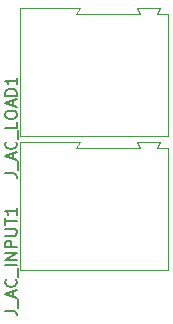
<source format=gbr>
%TF.GenerationSoftware,KiCad,Pcbnew,7.0.6*%
%TF.CreationDate,2023-08-24T16:04:52-05:00*%
%TF.ProjectId,basic_decoration_pcb,62617369-635f-4646-9563-6f726174696f,rev?*%
%TF.SameCoordinates,Original*%
%TF.FileFunction,Legend,Top*%
%TF.FilePolarity,Positive*%
%FSLAX46Y46*%
G04 Gerber Fmt 4.6, Leading zero omitted, Abs format (unit mm)*
G04 Created by KiCad (PCBNEW 7.0.6) date 2023-08-24 16:04:52*
%MOMM*%
%LPD*%
G01*
G04 APERTURE LIST*
%ADD10C,0.150000*%
%ADD11C,0.120000*%
G04 APERTURE END LIST*
D10*
X212047819Y-84389476D02*
X212762104Y-84389476D01*
X212762104Y-84389476D02*
X212904961Y-84437095D01*
X212904961Y-84437095D02*
X213000200Y-84532333D01*
X213000200Y-84532333D02*
X213047819Y-84675190D01*
X213047819Y-84675190D02*
X213047819Y-84770428D01*
X213143057Y-84151381D02*
X213143057Y-83389476D01*
X212762104Y-83198999D02*
X212762104Y-82722809D01*
X213047819Y-83294237D02*
X212047819Y-82960904D01*
X212047819Y-82960904D02*
X213047819Y-82627571D01*
X212952580Y-81722809D02*
X213000200Y-81770428D01*
X213000200Y-81770428D02*
X213047819Y-81913285D01*
X213047819Y-81913285D02*
X213047819Y-82008523D01*
X213047819Y-82008523D02*
X213000200Y-82151380D01*
X213000200Y-82151380D02*
X212904961Y-82246618D01*
X212904961Y-82246618D02*
X212809723Y-82294237D01*
X212809723Y-82294237D02*
X212619247Y-82341856D01*
X212619247Y-82341856D02*
X212476390Y-82341856D01*
X212476390Y-82341856D02*
X212285914Y-82294237D01*
X212285914Y-82294237D02*
X212190676Y-82246618D01*
X212190676Y-82246618D02*
X212095438Y-82151380D01*
X212095438Y-82151380D02*
X212047819Y-82008523D01*
X212047819Y-82008523D02*
X212047819Y-81913285D01*
X212047819Y-81913285D02*
X212095438Y-81770428D01*
X212095438Y-81770428D02*
X212143057Y-81722809D01*
X213143057Y-81532333D02*
X213143057Y-80770428D01*
X213047819Y-80532332D02*
X212047819Y-80532332D01*
X213047819Y-80056142D02*
X212047819Y-80056142D01*
X212047819Y-80056142D02*
X213047819Y-79484714D01*
X213047819Y-79484714D02*
X212047819Y-79484714D01*
X213047819Y-79008523D02*
X212047819Y-79008523D01*
X212047819Y-79008523D02*
X212047819Y-78627571D01*
X212047819Y-78627571D02*
X212095438Y-78532333D01*
X212095438Y-78532333D02*
X212143057Y-78484714D01*
X212143057Y-78484714D02*
X212238295Y-78437095D01*
X212238295Y-78437095D02*
X212381152Y-78437095D01*
X212381152Y-78437095D02*
X212476390Y-78484714D01*
X212476390Y-78484714D02*
X212524009Y-78532333D01*
X212524009Y-78532333D02*
X212571628Y-78627571D01*
X212571628Y-78627571D02*
X212571628Y-79008523D01*
X212047819Y-78008523D02*
X212857342Y-78008523D01*
X212857342Y-78008523D02*
X212952580Y-77960904D01*
X212952580Y-77960904D02*
X213000200Y-77913285D01*
X213000200Y-77913285D02*
X213047819Y-77818047D01*
X213047819Y-77818047D02*
X213047819Y-77627571D01*
X213047819Y-77627571D02*
X213000200Y-77532333D01*
X213000200Y-77532333D02*
X212952580Y-77484714D01*
X212952580Y-77484714D02*
X212857342Y-77437095D01*
X212857342Y-77437095D02*
X212047819Y-77437095D01*
X212047819Y-77103761D02*
X212047819Y-76532333D01*
X213047819Y-76818047D02*
X212047819Y-76818047D01*
X213047819Y-75675190D02*
X213047819Y-76246618D01*
X213047819Y-75960904D02*
X212047819Y-75960904D01*
X212047819Y-75960904D02*
X212190676Y-76056142D01*
X212190676Y-76056142D02*
X212285914Y-76151380D01*
X212285914Y-76151380D02*
X212333533Y-76246618D01*
X212047819Y-72729952D02*
X212762104Y-72729952D01*
X212762104Y-72729952D02*
X212904961Y-72777571D01*
X212904961Y-72777571D02*
X213000200Y-72872809D01*
X213000200Y-72872809D02*
X213047819Y-73015666D01*
X213047819Y-73015666D02*
X213047819Y-73110904D01*
X213143057Y-72491857D02*
X213143057Y-71729952D01*
X212762104Y-71539475D02*
X212762104Y-71063285D01*
X213047819Y-71634713D02*
X212047819Y-71301380D01*
X212047819Y-71301380D02*
X213047819Y-70968047D01*
X212952580Y-70063285D02*
X213000200Y-70110904D01*
X213000200Y-70110904D02*
X213047819Y-70253761D01*
X213047819Y-70253761D02*
X213047819Y-70348999D01*
X213047819Y-70348999D02*
X213000200Y-70491856D01*
X213000200Y-70491856D02*
X212904961Y-70587094D01*
X212904961Y-70587094D02*
X212809723Y-70634713D01*
X212809723Y-70634713D02*
X212619247Y-70682332D01*
X212619247Y-70682332D02*
X212476390Y-70682332D01*
X212476390Y-70682332D02*
X212285914Y-70634713D01*
X212285914Y-70634713D02*
X212190676Y-70587094D01*
X212190676Y-70587094D02*
X212095438Y-70491856D01*
X212095438Y-70491856D02*
X212047819Y-70348999D01*
X212047819Y-70348999D02*
X212047819Y-70253761D01*
X212047819Y-70253761D02*
X212095438Y-70110904D01*
X212095438Y-70110904D02*
X212143057Y-70063285D01*
X213143057Y-69872809D02*
X213143057Y-69110904D01*
X213047819Y-68396618D02*
X213047819Y-68872808D01*
X213047819Y-68872808D02*
X212047819Y-68872808D01*
X212047819Y-67872808D02*
X212047819Y-67682332D01*
X212047819Y-67682332D02*
X212095438Y-67587094D01*
X212095438Y-67587094D02*
X212190676Y-67491856D01*
X212190676Y-67491856D02*
X212381152Y-67444237D01*
X212381152Y-67444237D02*
X212714485Y-67444237D01*
X212714485Y-67444237D02*
X212904961Y-67491856D01*
X212904961Y-67491856D02*
X213000200Y-67587094D01*
X213000200Y-67587094D02*
X213047819Y-67682332D01*
X213047819Y-67682332D02*
X213047819Y-67872808D01*
X213047819Y-67872808D02*
X213000200Y-67968046D01*
X213000200Y-67968046D02*
X212904961Y-68063284D01*
X212904961Y-68063284D02*
X212714485Y-68110903D01*
X212714485Y-68110903D02*
X212381152Y-68110903D01*
X212381152Y-68110903D02*
X212190676Y-68063284D01*
X212190676Y-68063284D02*
X212095438Y-67968046D01*
X212095438Y-67968046D02*
X212047819Y-67872808D01*
X212762104Y-67063284D02*
X212762104Y-66587094D01*
X213047819Y-67158522D02*
X212047819Y-66825189D01*
X212047819Y-66825189D02*
X213047819Y-66491856D01*
X213047819Y-66158522D02*
X212047819Y-66158522D01*
X212047819Y-66158522D02*
X212047819Y-65920427D01*
X212047819Y-65920427D02*
X212095438Y-65777570D01*
X212095438Y-65777570D02*
X212190676Y-65682332D01*
X212190676Y-65682332D02*
X212285914Y-65634713D01*
X212285914Y-65634713D02*
X212476390Y-65587094D01*
X212476390Y-65587094D02*
X212619247Y-65587094D01*
X212619247Y-65587094D02*
X212809723Y-65634713D01*
X212809723Y-65634713D02*
X212904961Y-65682332D01*
X212904961Y-65682332D02*
X213000200Y-65777570D01*
X213000200Y-65777570D02*
X213047819Y-65920427D01*
X213047819Y-65920427D02*
X213047819Y-66158522D01*
X213047819Y-64634713D02*
X213047819Y-65206141D01*
X213047819Y-64920427D02*
X212047819Y-64920427D01*
X212047819Y-64920427D02*
X212190676Y-65015665D01*
X212190676Y-65015665D02*
X212285914Y-65110903D01*
X212285914Y-65110903D02*
X212333533Y-65206141D01*
D11*
%TO.C,J_AC_INPUT1*%
X225183000Y-70079000D02*
X223283000Y-70079000D01*
X225883000Y-70579000D02*
X224933000Y-70579000D01*
X218083000Y-70579000D02*
X218383000Y-70079000D01*
X224933000Y-70579000D02*
X225183000Y-70079000D01*
X223483000Y-70579000D02*
X218083000Y-70579000D01*
X213283000Y-80929000D02*
X225883000Y-80929000D01*
X213283000Y-70079000D02*
X213283000Y-80929000D01*
X218383000Y-70079000D02*
X213283000Y-70079000D01*
X223283000Y-70079000D02*
X223233000Y-70079000D01*
X225883000Y-80929000D02*
X225883000Y-70579000D01*
X223233000Y-70079000D02*
X223483000Y-70579000D01*
%TO.C,J_AC_LOAD1*%
X225183000Y-58729000D02*
X223283000Y-58729000D01*
X225883000Y-59229000D02*
X224933000Y-59229000D01*
X218083000Y-59229000D02*
X218383000Y-58729000D01*
X224933000Y-59229000D02*
X225183000Y-58729000D01*
X223483000Y-59229000D02*
X218083000Y-59229000D01*
X213283000Y-69579000D02*
X225883000Y-69579000D01*
X213283000Y-58729000D02*
X213283000Y-69579000D01*
X218383000Y-58729000D02*
X213283000Y-58729000D01*
X223283000Y-58729000D02*
X223233000Y-58729000D01*
X225883000Y-69579000D02*
X225883000Y-59229000D01*
X223233000Y-58729000D02*
X223483000Y-59229000D01*
%TD*%
M02*

</source>
